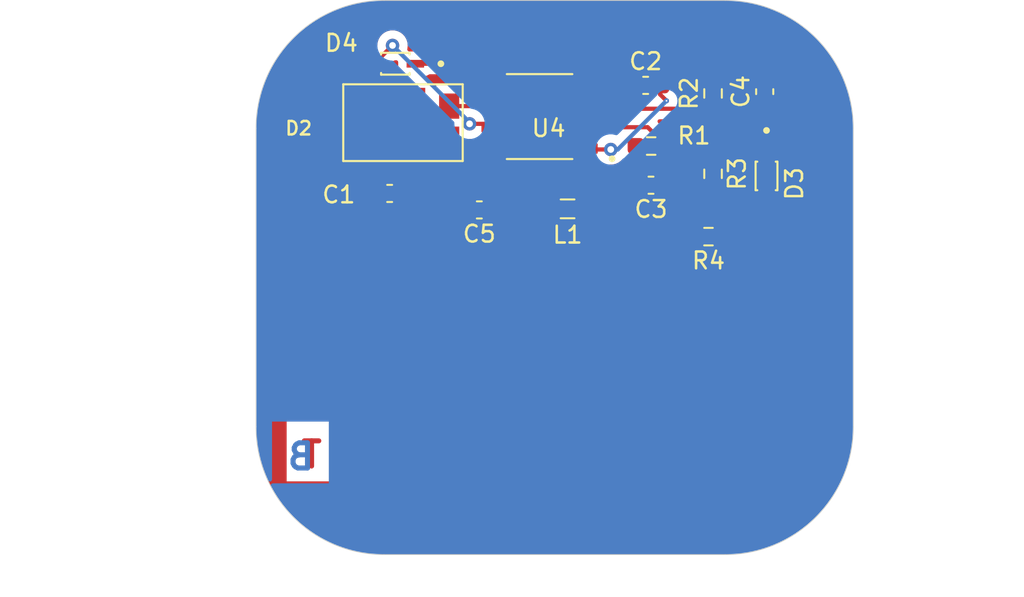
<source format=kicad_pcb>
(kicad_pcb (version 20221018) (generator pcbnew)
  (layers (0 "F.Cu" signal) (31 "B.Cu" signal) (34 "B.Paste" user) (35 "F.Paste" user) (36 "B.SilkS" user "B.Silkscreen") (37 "F.SilkS" user "F.Silkscreen") (38 "B.Mask" user) (39 "F.Mask" user) (44 "Edge.Cuts" user))
  (net 0 "")
  (net 1 "Batteries")
  (net 2 "Earth")
  (net 3 "Net-(D4-K)")
  (net 4 "Net-(D2-K)")
  (net 5 "Net-(C3-Pad1)")
  (net 6 "Net-(D3-K)")
  (net 7 "Camera")
  (net 8 "Net-(D3-A)")
  (net 9 "Net-(U4-COMP)")
  (net 10 "Net-(U4-FB)")
  (footprint "Inductor_SMD:L_0805_2012Metric_Pad1.05x1.20mm_HandSolder" (layer "F.Cu") (at 137.927718 58.138814 180)
    (fp_text reference "L1" (at 0 -1.55) (layer "F.SilkS"))
    (fp_text value "100 µH")
    (fp_line (start -0.410242 -0.56) (end 0.410242 -0.56) (stroke (width 0.12)) (layer "F.SilkS"))
    (fp_line (start -0.410242 0.56) (end 0.410242 0.56) (stroke (width 0.12)) (layer "F.SilkS"))
    (pad "1" smd roundrect (at -1.15 0 180) (size 1.05 1.2) (layers "F.Cu" "F.Paste" "F.Mask") (roundrect_rratio 0.238095) (net 4 "Net-(D2-K)"))
    (pad "2" smd roundrect (at 1.15 0 180) (size 1.05 1.2) (layers "F.Cu" "F.Paste" "F.Mask") (roundrect_rratio 0.238095) (net 7 "Camera"))
  )
  (footprint "Resistor_SMD:R_0603_1608Metric_Pad0.98x0.95mm_HandSolder" (layer "F.Cu") (at 146.588594 56.050613 -90)
    (fp_text reference "R3" (at 0 -1.43 90) (layer "F.SilkS"))
    (fp_text value "3.7k")
    (fp_line (start -0.254724 -0.5225) (end 0.254724 -0.5225) (stroke (width 0.12)) (layer "F.SilkS"))
    (fp_line (start -0.254724 0.5225) (end 0.254724 0.5225) (stroke (width 0.12)) (layer "F.SilkS"))
    (pad "1" smd roundrect (at -0.9125 0 270) (size 0.975 0.95) (layers "F.Cu" "F.Paste" "F.Mask") (net 10 "Net-(U4-FB)"))
    (pad "2" smd roundrect (at 0.9125 0 270) (size 0.975 0.95) (layers "F.Cu" "F.Paste" "F.Mask") (net 6 "Net-(D3-K)"))
  )
  (footprint "Capacitor_SMD:C_0603_1608Metric_Pad1.08x0.95mm_HandSolder" (layer "F.Cu") (at 142.894793 56.730268 180)
    (fp_text reference "C3" (at 0 -1.43) (layer "F.SilkS"))
    (fp_text value "1 µF")
    (fp_line (start -0.146267 -0.51) (end 0.146267 -0.51) (stroke (width 0.12)) (layer "F.SilkS"))
    (fp_line (start -0.146267 0.51) (end 0.146267 0.51) (stroke (width 0.12)) (layer "F.SilkS"))
    (pad "1" smd roundrect (at -0.8625 0 180) (size 1.075 0.95) (layers "F.Cu" "F.Paste" "F.Mask") (net 5 "Net-(C3-Pad1)"))
    (pad "2" smd roundrect (at 0.8625 0 180) (size 1.075 0.95) (layers "F.Cu" "F.Paste" "F.Mask") (net 4 "Net-(D2-K)"))
  )
  (footprint "Capacitor_SMD:C_0603_1608Metric_Pad1.08x0.95mm_HandSolder" (layer "F.Cu") (at 127.33748 57.22002)
    (fp_text reference "C1" (at -3.030799 0.07191) (layer "F.SilkS"))
    (fp_text value "100 µF")
    (fp_line (start -0.146267 -0.51) (end 0.146267 -0.51) (stroke (width 0.12)) (layer "F.SilkS"))
    (fp_line (start -0.146267 0.51) (end 0.146267 0.51) (stroke (width 0.12)) (layer "F.SilkS"))
    (pad "1" smd roundrect (at -0.8625 0) (size 1.075 0.95) (layers "F.Cu" "F.Paste" "F.Mask") (net 1 "Batteries"))
    (pad "2" smd roundrect (at 0.8625 0) (size 1.075 0.95) (layers "F.Cu" "F.Paste" "F.Mask") (net 2 "Earth"))
  )
  (footprint "Capacitor_SMD:C_0603_1608Metric_Pad1.08x0.95mm_HandSolder" (layer "F.Cu") (at 149.664526 51.154989 90)
    (fp_text reference "C4" (at 0 -1.43 90) (layer "F.SilkS"))
    (fp_text value "1 µF")
    (fp_line (start -0.146267 -0.51) (end 0.146267 -0.51) (stroke (width 0.12)) (layer "F.SilkS"))
    (fp_line (start -0.146267 0.51) (end 0.146267 0.51) (stroke (width 0.12)) (layer "F.SilkS"))
    (pad "1" smd roundrect (at -0.8625 0 90) (size 1.075 0.95) (layers "F.Cu" "F.Paste" "F.Mask") (net 6 "Net-(D3-K)"))
    (pad "2" smd roundrect (at 0.8625 0 90) (size 1.075 0.95) (layers "F.Cu" "F.Paste" "F.Mask") (net 4 "Net-(D2-K)"))
  )
  (footprint "Resistor_SMD:R_0603_1608Metric_Pad0.98x0.95mm_HandSolder" (layer "F.Cu") (at 146.588594 51.262156 90)
    (fp_text reference "R2" (at 0 -1.43 90) (layer "F.SilkS"))
    (fp_text value "1.2 k")
    (fp_line (start -0.254724 -0.5225) (end 0.254724 -0.5225) (stroke (width 0.12)) (layer "F.SilkS"))
    (fp_line (start -0.254724 0.5225) (end 0.254724 0.5225) (stroke (width 0.12)) (layer "F.SilkS"))
    (pad "1" smd roundrect (at -0.9125 0 90) (size 0.975 0.95) (layers "F.Cu" "F.Paste" "F.Mask") (net 10 "Net-(U4-FB)"))
    (pad "2" smd roundrect (at 0.9125 0 90) (size 0.975 0.95) (layers "F.Cu" "F.Paste" "F.Mask") (net 4 "Net-(D2-K)"))
  )
  (footprint "Resistor_SMD:R_0603_1608Metric_Pad0.98x0.95mm_HandSolder" (layer "F.Cu") (at 142.904441 54.394771 180)
    (fp_text reference "R1" (at -2.546064 0.61266) (layer "F.SilkS"))
    (fp_text value "470")
    (fp_line (start -0.254724 -0.5225) (end 0.254724 -0.5225) (stroke (width 0.12)) (layer "F.SilkS"))
    (fp_line (start -0.254724 0.5225) (end 0.254724 0.5225) (stroke (width 0.12)) (layer "F.SilkS"))
    (pad "1" smd roundrect (at -0.9125 0 180) (size 0.975 0.95) (layers "F.Cu" "F.Paste" "F.Mask") (net 9 "Net-(U4-COMP)"))
    (pad "2" smd roundrect (at 0.9125 0 180) (size 0.975 0.95) (layers "F.Cu" "F.Paste" "F.Mask") (net 5 "Net-(C3-Pad1)"))
  )
  (footprint "TO-277:TO-277" (layer "F.Cu") (at 128.13002 53.002577)
    (fp_text reference "D2" (at -6.21002 0.337423) (layer "F.SilkS") (effects (font (size 0.8 0.8))))
    (fp_text value "D_Zener_Small")
    (fp_line (start -3.556 -2.286) (end 3.556 -2.286) (stroke (width 0.127)) (layer "F.SilkS"))
    (fp_line (start -3.556 2.286) (end -3.556 -2.286) (stroke (width 0.127)) (layer "F.SilkS"))
    (fp_line (start 3.556 -2.286) (end 3.556 2.286) (stroke (width 0.127)) (layer "F.SilkS"))
    (fp_line (start 3.556 2.286) (end -3.556 2.286) (stroke (width 0.127)) (layer "F.SilkS"))
    (pad "1" smd rect (at 2.75 -0.985 270) (size 1.5 1.2) (layers "F.Cu" "F.Paste" "F.Mask") (net 4 "Net-(D2-K)"))
    (pad "2" smd rect (at 2.75 0.985 270) (size 1.5 1.2) (layers "F.Cu" "F.Paste" "F.Mask") (net 2 "Earth"))
    (pad "3" smd rect (at -1 0 90) (size 4.15 4.65) (layers "F.Cu" "F.Paste" "F.Mask"))
  )
  (footprint "Capacitor_SMD:C_0603_1608Metric_Pad1.08x0.95mm_HandSolder" (layer "F.Cu") (at 142.577447 50.78138)
    (fp_text reference "C2" (at 0 -1.43) (layer "F.SilkS"))
    (fp_text value "2.2 µF")
    (fp_line (start -0.146267 -0.51) (end 0.146267 -0.51) (stroke (width 0.12)) (layer "F.SilkS"))
    (fp_line (start -0.146267 0.51) (end 0.146267 0.51) (stroke (width 0.12)) (layer "F.SilkS"))
    (pad "1" smd roundrect (at -0.8625 0) (size 1.075 0.95) (layers "F.Cu" "F.Paste" "F.Mask") (net 3 "Net-(D4-K)"))
    (pad "2" smd roundrect (at 0.8625 0) (size 1.075 0.95) (layers "F.Cu" "F.Paste" "F.Mask") (net 4 "Net-(D2-K)"))
  )
  (footprint "1N4148WS-7-F:SOD2513X120N" (layer "F.Cu") (at 127.675949 49.492759 180)
    (fp_text reference "D4" (at 3.215949 1.232759) (layer "F.SilkS"))
    (fp_text value "1N4148")
    (fp_line (start -0.85 -0.65) (end 0.85 -0.65) (stroke (width 0.127)) (layer "F.SilkS"))
    (fp_line (start -0.85 -0.55) (end -0.85 -0.65) (stroke (width 0.127)) (layer "F.SilkS"))
    (fp_line (start -0.85 0.65) (end -0.85 0.55) (stroke (width 0.127)) (layer "F.SilkS"))
    (fp_line (start 0.85 -0.65) (end 0.85 -0.55) (stroke (width 0.127)) (layer "F.SilkS"))
    (fp_line (start 0.85 0.65) (end -0.85 0.65) (stroke (width 0.127)) (layer "F.SilkS"))
    (fp_line (start 0.85 0.65) (end 0.85 0.55) (stroke (width 0.127)) (layer "F.SilkS"))
    (fp_circle (center -2.71 0) (end -2.61 0) (stroke (width 0.2)) (fill none) (layer "F.SilkS"))
    (pad "1" smd rect (at -1.19 0 180) (size 1.04 0.46) (layers "F.Cu" "F.Paste" "F.Mask") (net 3 "Net-(D4-K)"))
    (pad "2" smd rect (at 1.19 0 180) (size 1.04 0.46) (layers "F.Cu" "F.Paste" "F.Mask") (net 1 "Batteries"))
  )
  (footprint "Resistor_SMD:R_0603_1608Metric_Pad0.98x0.95mm_HandSolder" (layer "F.Cu") (at 146.317053 59.794656 180)
    (fp_text reference "R4" (at 0 -1.43) (layer "F.SilkS"))
    (fp_text value "10Ω")
    (fp_line (start -0.254724 -0.5225) (end 0.254724 -0.5225) (stroke (width 0.12)) (layer "F.SilkS"))
    (fp_line (start -0.254724 0.5225) (end 0.254724 0.5225) (stroke (width 0.12)) (layer "F.SilkS"))
    (pad "1" smd roundrect (at -0.9125 0 180) (size 0.975 0.95) (layers "F.Cu" "F.Paste" "F.Mask") (net 8 "Net-(D3-A)"))
    (pad "2" smd roundrect (at 0.9125 0 180) (size 0.975 0.95) (layers "F.Cu" "F.Paste" "F.Mask") (net 7 "Camera"))
  )
  (footprint "1N4148WS-7-F:SOD2513X120N" (layer "F.Cu") (at 149.771787 56.177131 -90)
    (fp_text reference "D3" (at 0.463008 -1.655842 90) (layer "F.SilkS"))
    (fp_text value "1N4148")
    (fp_line (start -0.85 -0.65) (end 0.85 -0.65) (stroke (width 0.127)) (layer "F.SilkS"))
    (fp_line (start -0.85 -0.55) (end -0.85 -0.65) (stroke (width 0.127)) (layer "F.SilkS"))
    (fp_line (start -0.85 0.65) (end -0.85 0.55) (stroke (width 0.127)) (layer "F.SilkS"))
    (fp_line (start 0.85 -0.65) (end 0.85 -0.55) (stroke (width 0.127)) (layer "F.SilkS"))
    (fp_line (start 0.85 0.65) (end -0.85 0.65) (stroke (width 0.127)) (layer "F.SilkS"))
    (fp_line (start 0.85 0.65) (end 0.85 0.55) (stroke (width 0.127)) (layer "F.SilkS"))
    (fp_circle (center -2.71 0) (end -2.61 0) (stroke (width 0.2)) (fill none) (layer "F.SilkS"))
    (pad "1" smd rect (at -1.19 0 270) (size 1.04 0.46) (layers "F.Cu" "F.Paste" "F.Mask") (net 6 "Net-(D3-K)"))
    (pad "2" smd rect (at 1.19 0 270) (size 1.04 0.46) (layers "F.Cu" "F.Paste" "F.Mask") (net 8 "Net-(D3-A)"))
  )
  (footprint "COHOMA Balise:SOIC127P600X175-8N" (layer "F.Cu") (at 136.261941 52.640944 180)
    (fp_text reference "U4" (at -0.535 -0.699056) (layer "F.SilkS"))
    (fp_text value "MIC3172YM")
    (fp_line (start -1.95 -2.53) (end 1.95 -2.53) (stroke (width 0.127)) (layer "F.SilkS"))
    (fp_line (start -1.95 2.53) (end 1.95 2.53) (stroke (width 0.127)) (layer "F.SilkS"))
    (fp_circle (center -4.315 -2.515) (end -4.215 -2.515) (stroke (width 0.2)) (fill none) (layer "F.SilkS"))
    (pad "1" smd roundrect (at -2.605 -1.905 180) (size 1.71 0.61) (layers "F.Cu" "F.Paste" "F.Mask") (roundrect_rratio 0.08) (net 4 "Net-(D2-K)"))
    (pad "2" smd roundrect (at -2.605 -0.635 180) (size 1.71 0.61) (layers "F.Cu" "F.Paste" "F.Mask") (roundrect_rratio 0.08) (net 9 "Net-(U4-COMP)"))
    (pad "3" smd roundrect (at -2.605 0.635 180) (size 1.71 0.61) (layers "F.Cu" "F.Paste" "F.Mask") (roundrect_rratio 0.08) (net 10 "Net-(U4-FB)"))
    (pad "4" smd roundrect (at -2.605 1.905 180) (size 1.71 0.61) (layers "F.Cu" "F.Paste" "F.Mask") (roundrect_rratio 0.08) (net 3 "Net-(D4-K)"))
    (pad "5" smd roundrect (at 2.605 1.905 180) (size 1.71 0.61) (layers "F.Cu" "F.Paste" "F.Mask") (roundrect_rratio 0.08) (net 3 "Net-(D4-K)"))
    (pad "6" smd roundrect (at 2.605 0.635 180) (size 1.71 0.61) (layers "F.Cu" "F.Paste" "F.Mask") (roundrect_rratio 0.08) (net 4 "Net-(D2-K)"))
    (pad "7" smd roundrect (at 2.605 -0.635 180) (size 1.71 0.61) (layers "F.Cu" "F.Paste" "F.Mask") (roundrect_rratio 0.08) (net 1 "Batteries"))
    (pad "8" smd roundrect (at 2.605 -1.905 180) (size 1.71 0.61) (layers "F.Cu" "F.Paste" "F.Mask") (roundrect_rratio 0.08) (net 4 "Net-(D2-K)"))
  )
  (footprint "Capacitor_SMD:C_0603_1608Metric_Pad1.08x0.95mm_HandSolder" (layer "F.Cu") (at 132.674517 58.202501 180)
    (fp_text reference "C5" (at 0 -1.43) (layer "F.SilkS"))
    (fp_text value "330 µF")
    (fp_line (start -0.146267 -0.51) (end 0.146267 -0.51) (stroke (width 0.12)) (layer "F.SilkS"))
    (fp_line (start -0.146267 0.51) (end 0.146267 0.51) (stroke (width 0.12)) (layer "F.SilkS"))
    (pad "1" smd roundrect (at -0.8625 0 180) (size 1.075 0.95) (layers "F.Cu" "F.Paste" "F.Mask") (net 7 "Camera"))
    (pad "2" smd roundrect (at 0.8625 0 180) (size 1.075 0.95) (layers "F.Cu" "F.Paste" "F.Mask") (net 2 "Earth"))
  )
  (gr_arc (start 147.32 45.72) (mid 152.708154 47.951846) (end 154.94 53.34) (stroke (width 0.05)) (layer "Edge.Cuts"))
  (gr_arc (start 119.38 53.34) (mid 121.611846 47.951846) (end 127 45.72) (stroke (width 0.05)) (layer "Edge.Cuts"))
  (gr_line (start 119.38 53.34) (end 119.38 71.12) (stroke (width 0.05)) (layer "Edge.Cuts"))
  (gr_line (start 127 78.74) (end 147.32 78.74) (stroke (width 0.05)) (layer "Edge.Cuts"))
  (gr_line (start 147.32 45.72) (end 127 45.72) (stroke (width 0.05)) (layer "Edge.Cuts"))
  (gr_arc (start 154.94 71.12) (mid 152.708154 76.508154) (end 147.32 78.74) (stroke (width 0.05)) (layer "Edge.Cuts"))
  (gr_arc (start 127 78.74) (mid 121.611846 76.508154) (end 119.38 71.12) (stroke (width 0.05)) (layer "Edge.Cuts"))
  (gr_line (start 154.94 71.12) (end 154.94 53.34) (stroke (width 0.05)) (layer "Edge.Cuts"))
  (gr_text "Balise_Cohoma\nBUCK/BOOST\n" (at 134.74942 77.599048) (layer "F.Cu") (effects (font (size 0.5 0.5) (thickness 0.125) bold) (justify left bottom)))
  (gr_text "T" (at 121.92 73.66) (layer "F.Cu") (effects (font (size 1.5 1.5) (thickness 0.3) bold) (justify left bottom)))
  (gr_text "B" (at 122.999313 73.777875) (layer "B.Cu") (effects (font (size 1.5 1.5) (thickness 0.3) bold) (justify left bottom mirror)))
  (segment (start 132.092718 53.072595) (end 133.453592 53.072595) (width 0.25) (layer "F.Cu") (net 1))
  (segment (start 123.496941 51.585656) (end 123.496941 54.241981) (width 0.25) (layer "F.Cu") (net 1))
  (segment (start 126.485949 49.423633) (end 127.50731 48.402272) (width 0.25) (layer "F.Cu") (net 1))
  (segment (start 126.485949 49.492759) (end 126.485949 49.423633) (width 0.25) (layer "F.Cu") (net 1))
  (segment (start 126.485949 49.492759) (end 125.589838 49.492759) (width 0.25) (layer "F.Cu") (net 1))
  (segment (start 123.496941 54.241981) (end 126.47498 57.22002) (width 0.25) (layer "F.Cu") (net 1))
  (segment (start 125.589838 49.492759) (end 123.496941 51.585656) (width 0.25) (layer "F.Cu") (net 1))
  (segment (start 133.453592 53.072595) (end 133.656941 53.275944) (width 0.25) (layer "F.Cu") (net 1))
  (via (at 127.50731 48.402272) (size 0.8) (drill 0.4) (layers "F.Cu" "B.Cu") (net 1))
  (via (at 132.092718 53.072595) (size 0.8) (drill 0.4) (layers "F.Cu" "B.Cu") (net 1))
  (segment (start 127.50731 48.402272) (end 132.092718 52.98768) (width 0.25) (layer "B.Cu") (net 1))
  (segment (start 132.092718 52.98768) (end 132.092718 53.072595) (width 0.25) (layer "B.Cu") (net 1))
  (segment (start 130.88002 54.53998) (end 130.88002 53.987577) (width 0.25) (layer "F.Cu") (net 2))
  (segment (start 128.19998 57.22002) (end 130.829536 57.22002) (width 0.25) (layer "F.Cu") (net 2))
  (segment (start 130.829536 57.22002) (end 131.812017 58.202501) (width 0.25) (layer "F.Cu") (net 2))
  (segment (start 128.19998 57.22002) (end 130.88002 54.53998) (width 0.25) (layer "F.Cu") (net 2))
  (segment (start 128.865949 49.492759) (end 132.413756 49.492759) (width 0.25) (layer "F.Cu") (net 3))
  (segment (start 138.866941 50.735944) (end 133.656941 50.735944) (width 0.25) (layer "F.Cu") (net 3))
  (segment (start 141.714947 50.78138) (end 141.669511 50.735944) (width 0.25) (layer "F.Cu") (net 3))
  (segment (start 141.669511 50.735944) (end 138.866941 50.735944) (width 0.25) (layer "F.Cu") (net 3))
  (segment (start 132.413756 49.492759) (end 133.656941 50.735944) (width 0.25) (layer "F.Cu") (net 3))
  (segment (start 146.588594 50.349656) (end 146.15687 50.78138) (width 0.25) (layer "F.Cu") (net 4))
  (segment (start 138.866941 54.545944) (end 138.866941 55.110945) (width 0.25) (layer "F.Cu") (net 4))
  (segment (start 146.15687 50.78138) (end 143.439947 50.78138) (width 0.25) (layer "F.Cu") (net 4))
  (segment (start 142.032293 56.730268) (end 140.486264 56.730268) (width 0.25) (layer "F.Cu") (net 4))
  (segment (start 134.836941 53.686977) (end 133.977974 54.545944) (width 0.25) (layer "F.Cu") (net 4))
  (segment (start 133.977974 54.545944) (end 133.656941 54.545944) (width 0.25) (layer "F.Cu") (net 4))
  (segment (start 143.439947 51.323162) (end 143.816941 51.700156) (width 0.25) (layer "F.Cu") (net 4))
  (segment (start 134.479007 52.005944) (end 134.836941 52.363878) (width 0.25) (layer "F.Cu") (net 4))
  (segment (start 138.866941 55.110945) (end 140.486264 56.730268) (width 0.25) (layer "F.Cu") (net 4))
  (segment (start 133.645308 52.017577) (end 130.88002 52.017577) (width 0.25) (layer "F.Cu") (net 4))
  (segment (start 149.607359 50.349656) (end 146.588594 50.349656) (width 0.25) (layer "F.Cu") (net 4))
  (segment (start 133.656941 52.005944) (end 133.645308 52.017577) (width 0.25) (layer "F.Cu") (net 4))
  (segment (start 134.836941 52.363878) (end 134.836941 53.686977) (width 0.25) (layer "F.Cu") (net 4))
  (segment (start 140.499298 54.601064) (end 138.922061 54.601064) (width 0.25) (layer "F.Cu") (net 4))
  (segment (start 143.439947 50.78138) (end 143.439947 51.323162) (width 0.25) (layer "F.Cu") (net 4))
  (segment (start 133.656941 52.005944) (end 134.479007 52.005944) (width 0.25) (layer "F.Cu") (net 4))
  (segment (start 138.922061 54.601064) (end 138.866941 54.545944) (width 0.25) (layer "F.Cu") (net 4))
  (segment (start 140.486264 56.730268) (end 139.077718 58.138814) (width 0.25) (layer "F.Cu") (net 4))
  (segment (start 149.664526 50.292489) (end 149.607359 50.349656) (width 0.25) (layer "F.Cu") (net 4))
  (segment (start 138.866941 54.545944) (end 133.656941 54.545944) (width 0.25) (layer "F.Cu") (net 4))
  (via (at 140.499298 54.601064) (size 0.8) (drill 0.4) (layers "F.Cu" "B.Cu") (net 4))
  (via micro (at 143.816941 51.700156) (size 0.3) (drill 0.1) (layers "F.Cu" "B.Cu") (net 4))
  (segment (start 140.916033 54.601064) (end 140.499298 54.601064) (width 0.25) (layer "B.Cu") (net 4))
  (segment (start 143.816941 51.700156) (end 140.916033 54.601064) (width 0.25) (layer "B.Cu") (net 4))
  (segment (start 143.757293 56.730268) (end 143.757293 56.160123) (width 0.25) (layer "F.Cu") (net 5))
  (segment (start 143.757293 56.160123) (end 141.991941 54.394771) (width 0.25) (layer "F.Cu") (net 5))
  (segment (start 149.664526 52.017489) (end 149.771787 52.12475) (width 0.25) (layer "F.Cu") (net 6))
  (segment (start 149.771787 52.12475) (end 149.771787 54.987131) (width 0.25) (layer "F.Cu") (net 6))
  (segment (start 149.771787 54.987131) (end 148.564576 54.987131) (width 0.25) (layer "F.Cu") (net 6))
  (segment (start 148.564576 54.987131) (end 146.588594 56.963113) (width 0.25) (layer "F.Cu") (net 6))
  (segment (start 133.600704 58.138814) (end 136.777718 58.138814) (width 0.25) (layer "F.Cu") (net 7))
  (segment (start 138.43356 59.794656) (end 136.777718 58.138814) (width 0.25) (layer "F.Cu") (net 7))
  (segment (start 133.537017 58.202501) (end 133.600704 58.138814) (width 0.25) (layer "F.Cu") (net 7))
  (segment (start 145.404553 59.794656) (end 138.43356 59.794656) (width 0.25) (layer "F.Cu") (net 7))
  (segment (start 149.657078 57.367131) (end 149.771787 57.367131) (width 0.25) (layer "F.Cu") (net 8))
  (segment (start 147.229553 59.794656) (end 149.657078 57.367131) (width 0.25) (layer "F.Cu") (net 8))
  (segment (start 142.698114 53.275944) (end 138.866941 53.275944) (width 0.25) (layer "F.Cu") (net 9))
  (segment (start 143.816941 54.394771) (end 142.698114 53.275944) (width 0.25) (layer "F.Cu") (net 9))
  (segment (start 139.035653 52.174656) (end 138.866941 52.005944) (width 0.25) (layer "F.Cu") (net 10))
  (segment (start 146.588594 55.138113) (end 146.588594 52.174656) (width 0.25) (layer "F.Cu") (net 10))
  (segment (start 146.588594 52.174656) (end 139.035653 52.174656) (width 0.25) (layer "F.Cu") (net 10))
  (zone (net 0) (net_name "") (layer "F.Cu") (connect_pads (clearance 0.5)) (min_thickness 0.25) (fill yes (thermal_gap 0.5) (thermal_bridge_width 0.5) (island_removal_mode 1) (island_area_min 10))
    (polygon (pts (xy 104.14 45.72) (xy 165.1 45.72) (xy 165.1 81.28) (xy 104.14 81.28)))
  )
  (zone (net 0) (net_name "") (layer "B.Cu") (priority 1) (connect_pads (clearance 0.5)) (min_thickness 0.25) (fill yes (thermal_gap 0.5) (thermal_bridge_width 0.5) (island_removal_mode 1) (island_area_min 10))
    (polygon (pts (xy 104.14 45.72) (xy 165.1 45.72) (xy 165.1 81.28) (xy 104.14 81.28)))
  )
)
</source>
